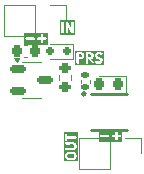
<source format=gbr>
%TF.GenerationSoftware,KiCad,Pcbnew,8.0.0*%
%TF.CreationDate,2024-04-08T20:54:29-07:00*%
%TF.ProjectId,magswitch,6d616773-7769-4746-9368-2e6b69636164,rev?*%
%TF.SameCoordinates,Original*%
%TF.FileFunction,Legend,Top*%
%TF.FilePolarity,Positive*%
%FSLAX46Y46*%
G04 Gerber Fmt 4.6, Leading zero omitted, Abs format (unit mm)*
G04 Created by KiCad (PCBNEW 8.0.0) date 2024-04-08 20:54:29*
%MOMM*%
%LPD*%
G01*
G04 APERTURE LIST*
G04 Aperture macros list*
%AMRoundRect*
0 Rectangle with rounded corners*
0 $1 Rounding radius*
0 $2 $3 $4 $5 $6 $7 $8 $9 X,Y pos of 4 corners*
0 Add a 4 corners polygon primitive as box body*
4,1,4,$2,$3,$4,$5,$6,$7,$8,$9,$2,$3,0*
0 Add four circle primitives for the rounded corners*
1,1,$1+$1,$2,$3*
1,1,$1+$1,$4,$5*
1,1,$1+$1,$6,$7*
1,1,$1+$1,$8,$9*
0 Add four rect primitives between the rounded corners*
20,1,$1+$1,$2,$3,$4,$5,0*
20,1,$1+$1,$4,$5,$6,$7,0*
20,1,$1+$1,$6,$7,$8,$9,0*
20,1,$1+$1,$8,$9,$2,$3,0*%
G04 Aperture macros list end*
%ADD10C,0.200000*%
%ADD11C,0.120000*%
%ADD12C,0.250000*%
%ADD13C,0.240000*%
%ADD14RoundRect,0.135000X-0.185000X0.135000X-0.185000X-0.135000X0.185000X-0.135000X0.185000X0.135000X0*%
%ADD15RoundRect,0.150000X-0.150000X-0.200000X0.150000X-0.200000X0.150000X0.200000X-0.150000X0.200000X0*%
%ADD16C,3.200000*%
%ADD17R,0.700000X0.450000*%
%ADD18R,2.000000X2.600000*%
%ADD19RoundRect,0.200000X-0.275000X0.200000X-0.275000X-0.200000X0.275000X-0.200000X0.275000X0.200000X0*%
%ADD20R,1.700000X1.700000*%
%ADD21RoundRect,0.218750X0.218750X0.256250X-0.218750X0.256250X-0.218750X-0.256250X0.218750X-0.256250X0*%
%ADD22RoundRect,0.225000X0.225000X0.250000X-0.225000X0.250000X-0.225000X-0.250000X0.225000X-0.250000X0*%
%ADD23RoundRect,0.150000X-0.512500X-0.150000X0.512500X-0.150000X0.512500X0.150000X-0.512500X0.150000X0*%
G04 APERTURE END LIST*
D10*
G36*
X7092038Y-3709747D02*
G01*
X7108172Y-3725058D01*
X7129509Y-3765843D01*
X7130474Y-3833080D01*
X7111143Y-3873586D01*
X7095835Y-3889717D01*
X7055403Y-3910868D01*
X6964018Y-3911410D01*
X6960362Y-3910765D01*
X6957269Y-3911450D01*
X6870929Y-3911961D01*
X6870411Y-3691112D01*
X7050755Y-3690043D01*
X7092038Y-3709747D01*
G37*
G36*
X6292038Y-3709747D02*
G01*
X6308172Y-3725058D01*
X6329509Y-3765843D01*
X6330474Y-3833080D01*
X6311143Y-3873586D01*
X6295835Y-3889717D01*
X6255403Y-3910868D01*
X6070929Y-3911961D01*
X6070411Y-3691112D01*
X6250755Y-3690043D01*
X6292038Y-3709747D01*
G37*
G36*
X8191101Y-4591695D02*
G01*
X5772054Y-4591695D01*
X5772054Y-3591695D01*
X5872054Y-3591695D01*
X5873975Y-4411204D01*
X5888907Y-4447252D01*
X5916497Y-4474842D01*
X5952545Y-4489774D01*
X5991563Y-4489774D01*
X6027611Y-4474842D01*
X6055201Y-4447252D01*
X6070133Y-4411204D01*
X6072054Y-4391695D01*
X6071394Y-4110153D01*
X6261519Y-4109027D01*
X6264309Y-4109957D01*
X6278835Y-4108924D01*
X6296325Y-4108821D01*
X6299645Y-4107445D01*
X6303229Y-4107191D01*
X6321537Y-4100185D01*
X6398130Y-4060115D01*
X6408563Y-4055794D01*
X6412382Y-4052659D01*
X6414318Y-4051647D01*
X6416050Y-4049649D01*
X6423717Y-4043358D01*
X6462680Y-4002299D01*
X6470101Y-3995864D01*
X6472687Y-3991753D01*
X6474248Y-3990110D01*
X6475258Y-3987669D01*
X6480543Y-3979274D01*
X6511181Y-3915080D01*
X6512344Y-3913918D01*
X6516334Y-3904283D01*
X6525646Y-3884775D01*
X6525900Y-3881189D01*
X6527276Y-3877870D01*
X6529197Y-3858361D01*
X6527763Y-3758527D01*
X6528412Y-3756582D01*
X6527564Y-3744656D01*
X6527276Y-3724567D01*
X6525900Y-3721247D01*
X6525646Y-3717662D01*
X6518639Y-3699354D01*
X6478569Y-3622760D01*
X6474248Y-3612327D01*
X6471112Y-3608507D01*
X6470101Y-3606573D01*
X6468103Y-3604840D01*
X6461811Y-3597174D01*
X6456037Y-3591695D01*
X6672054Y-3591695D01*
X6673975Y-4411204D01*
X6688907Y-4447252D01*
X6716497Y-4474842D01*
X6752545Y-4489774D01*
X6791563Y-4489774D01*
X6827611Y-4474842D01*
X6855201Y-4447252D01*
X6870133Y-4411204D01*
X6872054Y-4391695D01*
X6871394Y-4110153D01*
X6910139Y-4109923D01*
X7160035Y-4463922D01*
X7192940Y-4484890D01*
X7231364Y-4491671D01*
X7269459Y-4483232D01*
X7301424Y-4460857D01*
X7322393Y-4427952D01*
X7329173Y-4389527D01*
X7320734Y-4351433D01*
X7311120Y-4334349D01*
X7139269Y-4090908D01*
X7198130Y-4060115D01*
X7208563Y-4055794D01*
X7212382Y-4052659D01*
X7214318Y-4051647D01*
X7216050Y-4049649D01*
X7223717Y-4043358D01*
X7262680Y-4002299D01*
X7270101Y-3995864D01*
X7272687Y-3991753D01*
X7274248Y-3990110D01*
X7275258Y-3987669D01*
X7280543Y-3979274D01*
X7311181Y-3915080D01*
X7312344Y-3913918D01*
X7316334Y-3904283D01*
X7325646Y-3884775D01*
X7325900Y-3881189D01*
X7327276Y-3877870D01*
X7329197Y-3858361D01*
X7327763Y-3758527D01*
X7328412Y-3756582D01*
X7327564Y-3744656D01*
X7327556Y-3744076D01*
X7433958Y-3744076D01*
X7435208Y-3806363D01*
X7434743Y-3807759D01*
X7435430Y-3817433D01*
X7435879Y-3839775D01*
X7437254Y-3843095D01*
X7437509Y-3846679D01*
X7444516Y-3864988D01*
X7484585Y-3941580D01*
X7488907Y-3952014D01*
X7492041Y-3955833D01*
X7493054Y-3957769D01*
X7495051Y-3959501D01*
X7501343Y-3967168D01*
X7542401Y-4006131D01*
X7548837Y-4013552D01*
X7552947Y-4016139D01*
X7554591Y-4017699D01*
X7557031Y-4018709D01*
X7565428Y-4023995D01*
X7636988Y-4058148D01*
X7643625Y-4063066D01*
X7658204Y-4068274D01*
X7659926Y-4069096D01*
X7660648Y-4069147D01*
X7662086Y-4069661D01*
X7797910Y-4102051D01*
X7853943Y-4128794D01*
X7870077Y-4144105D01*
X7891542Y-4185137D01*
X7892133Y-4214549D01*
X7873048Y-4254536D01*
X7857738Y-4270671D01*
X7817173Y-4291892D01*
X7668627Y-4293251D01*
X7546465Y-4254385D01*
X7507545Y-4257151D01*
X7472646Y-4274601D01*
X7447081Y-4304077D01*
X7434743Y-4341093D01*
X7437509Y-4380013D01*
X7454959Y-4414912D01*
X7484435Y-4440477D01*
X7502335Y-4448468D01*
X7617371Y-4485067D01*
X7628735Y-4489774D01*
X7633704Y-4490263D01*
X7635737Y-4490910D01*
X7638370Y-4490722D01*
X7648244Y-4491695D01*
X7823750Y-4490089D01*
X7826212Y-4490910D01*
X7839827Y-4489942D01*
X7858229Y-4489774D01*
X7861549Y-4488398D01*
X7865132Y-4488144D01*
X7883441Y-4481138D01*
X7960029Y-4441070D01*
X7970469Y-4436747D01*
X7974291Y-4433610D01*
X7976222Y-4432600D01*
X7977951Y-4430606D01*
X7985623Y-4424310D01*
X8024583Y-4383253D01*
X8032006Y-4376816D01*
X8034594Y-4372703D01*
X8036154Y-4371060D01*
X8037164Y-4368621D01*
X8042449Y-4360225D01*
X8073085Y-4296033D01*
X8074248Y-4294871D01*
X8078239Y-4285234D01*
X8087550Y-4265727D01*
X8087804Y-4262143D01*
X8089180Y-4258823D01*
X8091101Y-4239314D01*
X8089850Y-4177025D01*
X8090316Y-4175630D01*
X8089628Y-4165955D01*
X8089180Y-4143614D01*
X8087804Y-4140293D01*
X8087550Y-4136710D01*
X8080544Y-4118402D01*
X8040474Y-4041808D01*
X8036153Y-4031375D01*
X8033017Y-4027555D01*
X8032006Y-4025621D01*
X8030008Y-4023888D01*
X8023716Y-4016222D01*
X7982662Y-3977263D01*
X7976223Y-3969838D01*
X7972109Y-3967248D01*
X7970468Y-3965691D01*
X7968031Y-3964681D01*
X7959633Y-3959395D01*
X7888071Y-3925240D01*
X7881434Y-3920323D01*
X7866852Y-3915113D01*
X7865133Y-3914293D01*
X7864412Y-3914241D01*
X7862974Y-3913728D01*
X7727150Y-3881338D01*
X7671114Y-3854593D01*
X7654983Y-3839285D01*
X7633516Y-3798251D01*
X7632925Y-3768839D01*
X7652010Y-3728852D01*
X7667321Y-3712718D01*
X7707886Y-3691497D01*
X7856432Y-3690138D01*
X7978594Y-3729005D01*
X8017514Y-3726239D01*
X8052413Y-3708789D01*
X8077978Y-3679313D01*
X8090316Y-3642297D01*
X8087550Y-3603377D01*
X8070100Y-3568479D01*
X8040624Y-3542913D01*
X8022724Y-3534922D01*
X7907688Y-3498323D01*
X7896325Y-3493616D01*
X7891355Y-3493126D01*
X7889323Y-3492480D01*
X7886689Y-3492667D01*
X7876816Y-3491695D01*
X7701307Y-3493300D01*
X7698846Y-3492480D01*
X7685230Y-3493447D01*
X7666830Y-3493616D01*
X7663509Y-3494991D01*
X7659926Y-3495246D01*
X7641618Y-3502252D01*
X7565024Y-3542321D01*
X7554591Y-3546643D01*
X7550771Y-3549778D01*
X7548837Y-3550790D01*
X7547104Y-3552787D01*
X7539438Y-3559080D01*
X7500479Y-3600133D01*
X7493054Y-3606573D01*
X7490464Y-3610686D01*
X7488907Y-3612328D01*
X7487897Y-3614764D01*
X7482611Y-3623163D01*
X7451973Y-3687356D01*
X7450811Y-3688519D01*
X7446819Y-3698155D01*
X7437509Y-3717663D01*
X7437254Y-3721246D01*
X7435879Y-3724567D01*
X7433958Y-3744076D01*
X7327556Y-3744076D01*
X7327276Y-3724567D01*
X7325900Y-3721247D01*
X7325646Y-3717662D01*
X7318639Y-3699354D01*
X7278569Y-3622760D01*
X7274248Y-3612327D01*
X7271112Y-3608507D01*
X7270101Y-3606573D01*
X7268103Y-3604840D01*
X7261811Y-3597174D01*
X7220757Y-3558215D01*
X7214318Y-3550790D01*
X7210204Y-3548200D01*
X7208563Y-3546643D01*
X7206125Y-3545633D01*
X7197727Y-3540347D01*
X7133535Y-3509710D01*
X7132373Y-3508548D01*
X7122736Y-3504556D01*
X7103229Y-3495246D01*
X7099645Y-3494991D01*
X7096325Y-3493616D01*
X7076816Y-3491695D01*
X6752545Y-3493616D01*
X6716497Y-3508548D01*
X6688907Y-3536138D01*
X6673975Y-3572186D01*
X6672054Y-3591695D01*
X6456037Y-3591695D01*
X6420757Y-3558215D01*
X6414318Y-3550790D01*
X6410204Y-3548200D01*
X6408563Y-3546643D01*
X6406125Y-3545633D01*
X6397727Y-3540347D01*
X6333535Y-3509710D01*
X6332373Y-3508548D01*
X6322736Y-3504556D01*
X6303229Y-3495246D01*
X6299645Y-3494991D01*
X6296325Y-3493616D01*
X6276816Y-3491695D01*
X5952545Y-3493616D01*
X5916497Y-3508548D01*
X5888907Y-3536138D01*
X5873975Y-3572186D01*
X5872054Y-3591695D01*
X5772054Y-3591695D01*
X5772054Y-3391695D01*
X8191101Y-3391695D01*
X8191101Y-4591695D01*
G37*
G36*
X3443224Y-2860307D02*
G01*
X1447067Y-2860307D01*
X1447067Y-2376975D01*
X1547067Y-2376975D01*
X1561999Y-2413023D01*
X1589589Y-2440613D01*
X1625637Y-2455545D01*
X1645146Y-2457466D01*
X2274178Y-2455545D01*
X2310226Y-2440613D01*
X2337816Y-2413023D01*
X2352748Y-2376975D01*
X2537543Y-2376975D01*
X2552475Y-2413023D01*
X2580065Y-2440613D01*
X2616113Y-2455545D01*
X2635622Y-2457466D01*
X2841617Y-2456836D01*
X2842304Y-2681737D01*
X2857236Y-2717785D01*
X2884826Y-2745375D01*
X2920874Y-2760307D01*
X2959892Y-2760307D01*
X2995940Y-2745375D01*
X3023530Y-2717785D01*
X3038462Y-2681737D01*
X3040383Y-2662228D01*
X3039753Y-2456231D01*
X3264654Y-2455545D01*
X3300702Y-2440613D01*
X3328292Y-2413023D01*
X3343224Y-2376975D01*
X3343224Y-2337957D01*
X3328292Y-2301909D01*
X3300702Y-2274319D01*
X3264654Y-2259387D01*
X3245145Y-2257466D01*
X3039148Y-2258095D01*
X3038462Y-2033195D01*
X3023530Y-1997147D01*
X2995940Y-1969557D01*
X2959892Y-1954625D01*
X2920874Y-1954625D01*
X2884826Y-1969557D01*
X2857236Y-1997147D01*
X2842304Y-2033195D01*
X2840383Y-2052704D01*
X2841012Y-2258700D01*
X2616113Y-2259387D01*
X2580065Y-2274319D01*
X2552475Y-2301909D01*
X2537543Y-2337957D01*
X2537543Y-2376975D01*
X2352748Y-2376975D01*
X2352748Y-2337957D01*
X2337816Y-2301909D01*
X2310226Y-2274319D01*
X2274178Y-2259387D01*
X2254669Y-2257466D01*
X1625637Y-2259387D01*
X1589589Y-2274319D01*
X1561999Y-2301909D01*
X1547067Y-2337957D01*
X1547067Y-2376975D01*
X1447067Y-2376975D01*
X1447067Y-1854625D01*
X3443224Y-1854625D01*
X3443224Y-2860307D01*
G37*
G36*
X5629101Y-12150369D02*
G01*
X5674052Y-12193982D01*
X5695936Y-12235815D01*
X5697112Y-12340993D01*
X5677843Y-12381367D01*
X5632135Y-12428475D01*
X5522778Y-12457082D01*
X5281073Y-12458705D01*
X5162286Y-12430377D01*
X5117338Y-12386766D01*
X5095453Y-12344932D01*
X5094277Y-12239753D01*
X5113547Y-12199379D01*
X5159254Y-12152270D01*
X5268608Y-12123665D01*
X5510316Y-12122042D01*
X5629101Y-12150369D01*
G37*
G36*
X5995695Y-12757041D02*
G01*
X4795695Y-12757041D01*
X4795695Y-12214183D01*
X4895695Y-12214183D01*
X4897232Y-12351797D01*
X4896480Y-12354056D01*
X4897403Y-12367048D01*
X4897616Y-12386073D01*
X4898991Y-12389393D01*
X4899246Y-12392976D01*
X4906252Y-12411285D01*
X4946319Y-12487874D01*
X4950643Y-12498312D01*
X4953778Y-12502133D01*
X4954790Y-12504066D01*
X4956784Y-12505796D01*
X4963079Y-12513466D01*
X5033043Y-12581348D01*
X5035915Y-12586135D01*
X5044638Y-12592599D01*
X5054423Y-12602092D01*
X5061289Y-12604936D01*
X5067265Y-12609364D01*
X5085726Y-12615959D01*
X5233236Y-12651136D01*
X5242852Y-12655120D01*
X5254922Y-12656308D01*
X5257499Y-12656923D01*
X5258957Y-12656705D01*
X5262361Y-12657041D01*
X5522928Y-12655291D01*
X5533890Y-12656923D01*
X5545964Y-12655137D01*
X5548537Y-12655120D01*
X5549900Y-12654555D01*
X5553282Y-12654055D01*
X5694842Y-12617023D01*
X5700917Y-12617024D01*
X5711331Y-12612710D01*
X5724124Y-12609364D01*
X5730097Y-12604937D01*
X5736966Y-12602093D01*
X5752119Y-12589656D01*
X5827544Y-12511920D01*
X5836600Y-12504066D01*
X5839250Y-12499855D01*
X5840747Y-12498313D01*
X5841758Y-12495871D01*
X5847043Y-12487476D01*
X5877679Y-12423283D01*
X5878842Y-12422121D01*
X5882835Y-12412479D01*
X5892144Y-12392976D01*
X5892398Y-12389393D01*
X5893774Y-12386073D01*
X5895695Y-12366564D01*
X5894157Y-12228948D01*
X5894910Y-12226690D01*
X5893986Y-12213696D01*
X5893774Y-12194674D01*
X5892398Y-12191353D01*
X5892144Y-12187770D01*
X5885138Y-12169462D01*
X5845068Y-12092868D01*
X5840747Y-12082435D01*
X5837611Y-12078615D01*
X5836600Y-12076681D01*
X5834602Y-12074948D01*
X5828310Y-12067282D01*
X5758346Y-11999399D01*
X5755474Y-11994612D01*
X5746750Y-11988148D01*
X5736966Y-11978655D01*
X5730098Y-11975810D01*
X5724123Y-11971383D01*
X5705663Y-11964788D01*
X5558153Y-11929611D01*
X5548537Y-11925628D01*
X5536465Y-11924439D01*
X5533889Y-11923825D01*
X5532430Y-11924042D01*
X5529028Y-11923707D01*
X5268461Y-11925456D01*
X5257500Y-11923825D01*
X5245425Y-11925610D01*
X5242852Y-11925628D01*
X5241487Y-11926193D01*
X5238108Y-11926693D01*
X5096549Y-11963723D01*
X5090471Y-11963723D01*
X5080054Y-11968037D01*
X5067266Y-11971383D01*
X5061292Y-11975809D01*
X5054422Y-11978655D01*
X5039269Y-11991092D01*
X4963846Y-12068826D01*
X4954790Y-12076681D01*
X4952138Y-12080893D01*
X4950642Y-12082436D01*
X4949630Y-12084877D01*
X4944347Y-12093272D01*
X4913710Y-12157463D01*
X4912548Y-12158626D01*
X4908556Y-12168262D01*
X4899246Y-12187770D01*
X4898991Y-12191353D01*
X4897616Y-12194674D01*
X4895695Y-12214183D01*
X4795695Y-12214183D01*
X4795695Y-11700359D01*
X4897616Y-11700359D01*
X4912548Y-11736407D01*
X4940138Y-11763997D01*
X4976186Y-11778929D01*
X4995695Y-11780850D01*
X5627702Y-11779030D01*
X5630807Y-11780065D01*
X5646114Y-11778977D01*
X5662823Y-11778929D01*
X5666143Y-11777553D01*
X5669727Y-11777299D01*
X5688035Y-11770293D01*
X5764625Y-11730224D01*
X5775060Y-11725903D01*
X5778881Y-11722767D01*
X5780816Y-11721755D01*
X5782547Y-11719758D01*
X5790214Y-11713467D01*
X5829180Y-11672405D01*
X5836600Y-11665971D01*
X5839185Y-11661862D01*
X5840746Y-11660219D01*
X5841756Y-11657778D01*
X5847043Y-11649381D01*
X5877679Y-11585188D01*
X5878842Y-11584026D01*
X5882835Y-11574384D01*
X5892144Y-11554881D01*
X5892398Y-11551298D01*
X5893774Y-11547978D01*
X5895695Y-11528469D01*
X5894157Y-11390853D01*
X5894910Y-11388595D01*
X5893986Y-11375601D01*
X5893774Y-11356579D01*
X5892398Y-11353258D01*
X5892144Y-11349675D01*
X5885138Y-11331367D01*
X5845066Y-11254770D01*
X5840746Y-11244339D01*
X5837611Y-11240520D01*
X5836600Y-11238586D01*
X5834603Y-11236854D01*
X5828310Y-11229186D01*
X5787248Y-11190221D01*
X5780816Y-11182804D01*
X5776705Y-11180216D01*
X5775060Y-11178655D01*
X5772617Y-11177643D01*
X5764226Y-11172361D01*
X5700033Y-11141722D01*
X5698871Y-11140560D01*
X5689235Y-11136568D01*
X5669728Y-11127258D01*
X5666142Y-11127003D01*
X5662823Y-11125628D01*
X5643314Y-11123707D01*
X4976186Y-11125628D01*
X4940138Y-11140560D01*
X4912548Y-11168150D01*
X4897616Y-11204198D01*
X4897616Y-11243216D01*
X4912548Y-11279264D01*
X4940138Y-11306854D01*
X4976186Y-11321786D01*
X4995695Y-11323707D01*
X5616964Y-11321918D01*
X5658536Y-11341759D01*
X5674671Y-11357070D01*
X5695936Y-11397720D01*
X5697112Y-11502898D01*
X5677642Y-11543693D01*
X5662333Y-11559824D01*
X5622026Y-11580911D01*
X4976186Y-11582771D01*
X4940138Y-11597703D01*
X4912548Y-11625293D01*
X4897616Y-11661341D01*
X4897616Y-11700359D01*
X4795695Y-11700359D01*
X4795695Y-10499898D01*
X4895695Y-10499898D01*
X4897616Y-10976550D01*
X4912548Y-11012598D01*
X4940138Y-11040188D01*
X4976186Y-11055120D01*
X5015204Y-11055120D01*
X5051252Y-11040188D01*
X5078842Y-11012598D01*
X5093774Y-10976550D01*
X5095695Y-10957041D01*
X5095175Y-10828236D01*
X5815204Y-10826549D01*
X5851252Y-10811617D01*
X5878842Y-10784027D01*
X5893774Y-10747979D01*
X5893774Y-10708961D01*
X5878842Y-10672913D01*
X5851252Y-10645323D01*
X5815204Y-10630391D01*
X5795695Y-10628470D01*
X5094377Y-10630113D01*
X5093774Y-10480389D01*
X5078842Y-10444341D01*
X5051252Y-10416751D01*
X5015204Y-10401819D01*
X4976186Y-10401819D01*
X4940138Y-10416751D01*
X4912548Y-10444341D01*
X4897616Y-10480389D01*
X4895695Y-10499898D01*
X4795695Y-10499898D01*
X4795695Y-10301819D01*
X5995695Y-10301819D01*
X5995695Y-12757041D01*
G37*
G36*
X5740149Y-2010451D02*
G01*
X4502054Y-2010451D01*
X4502054Y-1010695D01*
X4602054Y-1010695D01*
X4603975Y-1830204D01*
X4618907Y-1866252D01*
X4646497Y-1893842D01*
X4682545Y-1908774D01*
X4721563Y-1908774D01*
X4757611Y-1893842D01*
X4785201Y-1866252D01*
X4800133Y-1830204D01*
X4802054Y-1810695D01*
X4800179Y-1010695D01*
X4983006Y-1010695D01*
X4984927Y-1830204D01*
X4999859Y-1866252D01*
X5027449Y-1893842D01*
X5063497Y-1908774D01*
X5102515Y-1908774D01*
X5138563Y-1893842D01*
X5166153Y-1866252D01*
X5181085Y-1830204D01*
X5183006Y-1810695D01*
X5182005Y-1383964D01*
X5452068Y-1854342D01*
X5457002Y-1866252D01*
X5461474Y-1870724D01*
X5464672Y-1876294D01*
X5475186Y-1884436D01*
X5484592Y-1893842D01*
X5490482Y-1896281D01*
X5495521Y-1900184D01*
X5508348Y-1903682D01*
X5520640Y-1908774D01*
X5527016Y-1908774D01*
X5533165Y-1910451D01*
X5546358Y-1908774D01*
X5559658Y-1908774D01*
X5565546Y-1906334D01*
X5571871Y-1905531D01*
X5583420Y-1898930D01*
X5595706Y-1893842D01*
X5600213Y-1889334D01*
X5605748Y-1886172D01*
X5613890Y-1875657D01*
X5623296Y-1866252D01*
X5625735Y-1860361D01*
X5629638Y-1855323D01*
X5633136Y-1842494D01*
X5638228Y-1830204D01*
X5639210Y-1820226D01*
X5639905Y-1817680D01*
X5639654Y-1815712D01*
X5640149Y-1810695D01*
X5638228Y-991186D01*
X5623296Y-955138D01*
X5595706Y-927548D01*
X5559658Y-912616D01*
X5520640Y-912616D01*
X5484592Y-927548D01*
X5457002Y-955138D01*
X5442070Y-991186D01*
X5440149Y-1010695D01*
X5441149Y-1437425D01*
X5171086Y-967047D01*
X5166153Y-955138D01*
X5161680Y-950665D01*
X5158483Y-945096D01*
X5147968Y-936953D01*
X5138563Y-927548D01*
X5132672Y-925108D01*
X5127634Y-921206D01*
X5114805Y-917707D01*
X5102515Y-912616D01*
X5096140Y-912616D01*
X5089991Y-910939D01*
X5076798Y-912616D01*
X5063497Y-912616D01*
X5057608Y-915055D01*
X5051284Y-915859D01*
X5039734Y-922459D01*
X5027449Y-927548D01*
X5022941Y-932055D01*
X5017407Y-935218D01*
X5009264Y-945732D01*
X4999859Y-955138D01*
X4997419Y-961028D01*
X4993517Y-966067D01*
X4990018Y-978895D01*
X4984927Y-991186D01*
X4983944Y-1001163D01*
X4983250Y-1003710D01*
X4983500Y-1005677D01*
X4983006Y-1010695D01*
X4800179Y-1010695D01*
X4800133Y-991186D01*
X4785201Y-955138D01*
X4757611Y-927548D01*
X4721563Y-912616D01*
X4682545Y-912616D01*
X4646497Y-927548D01*
X4618907Y-955138D01*
X4603975Y-991186D01*
X4602054Y-1010695D01*
X4502054Y-1010695D01*
X4502054Y-810939D01*
X5740149Y-810939D01*
X5740149Y-2010451D01*
G37*
G36*
X9767824Y-11089907D02*
G01*
X7771667Y-11089907D01*
X7771667Y-10606575D01*
X7871667Y-10606575D01*
X7886599Y-10642623D01*
X7914189Y-10670213D01*
X7950237Y-10685145D01*
X7969746Y-10687066D01*
X8598778Y-10685145D01*
X8634826Y-10670213D01*
X8662416Y-10642623D01*
X8677348Y-10606575D01*
X8862143Y-10606575D01*
X8877075Y-10642623D01*
X8904665Y-10670213D01*
X8940713Y-10685145D01*
X8960222Y-10687066D01*
X9166217Y-10686436D01*
X9166904Y-10911337D01*
X9181836Y-10947385D01*
X9209426Y-10974975D01*
X9245474Y-10989907D01*
X9284492Y-10989907D01*
X9320540Y-10974975D01*
X9348130Y-10947385D01*
X9363062Y-10911337D01*
X9364983Y-10891828D01*
X9364353Y-10685831D01*
X9589254Y-10685145D01*
X9625302Y-10670213D01*
X9652892Y-10642623D01*
X9667824Y-10606575D01*
X9667824Y-10567557D01*
X9652892Y-10531509D01*
X9625302Y-10503919D01*
X9589254Y-10488987D01*
X9569745Y-10487066D01*
X9363748Y-10487695D01*
X9363062Y-10262795D01*
X9348130Y-10226747D01*
X9320540Y-10199157D01*
X9284492Y-10184225D01*
X9245474Y-10184225D01*
X9209426Y-10199157D01*
X9181836Y-10226747D01*
X9166904Y-10262795D01*
X9164983Y-10282304D01*
X9165612Y-10488300D01*
X8940713Y-10488987D01*
X8904665Y-10503919D01*
X8877075Y-10531509D01*
X8862143Y-10567557D01*
X8862143Y-10606575D01*
X8677348Y-10606575D01*
X8677348Y-10567557D01*
X8662416Y-10531509D01*
X8634826Y-10503919D01*
X8598778Y-10488987D01*
X8579269Y-10487066D01*
X7950237Y-10488987D01*
X7914189Y-10503919D01*
X7886599Y-10531509D01*
X7871667Y-10567557D01*
X7871667Y-10606575D01*
X7771667Y-10606575D01*
X7771667Y-10084225D01*
X9767824Y-10084225D01*
X9767824Y-11089907D01*
G37*
D11*
%TO.C,R3*%
X6235200Y-5829359D02*
X6235200Y-6136641D01*
X6995200Y-5829359D02*
X6995200Y-6136641D01*
%TO.C,D3*%
X3635000Y-2843000D02*
X5595000Y-2843000D01*
X3635000Y-4043000D02*
X5595000Y-4043000D01*
X5595000Y-4043000D02*
X5595000Y-2843000D01*
D12*
%TO.C,Q1*%
X7073200Y-7009000D02*
X10173200Y-7009000D01*
X10173200Y-10109000D02*
X7073200Y-10109000D01*
D13*
X6623200Y-7039000D02*
G75*
G02*
X6383200Y-7039000I-120000J0D01*
G01*
X6383200Y-7039000D02*
G75*
G02*
X6623200Y-7039000I120000J0D01*
G01*
D11*
%TO.C,R1*%
X4390900Y-5415542D02*
X4390900Y-5890058D01*
X5435900Y-5415542D02*
X5435900Y-5890058D01*
%TO.C,J1*%
X6098000Y-10749000D02*
X6098000Y-13409000D01*
X8698000Y-10749000D02*
X6098000Y-10749000D01*
X8698000Y-10749000D02*
X8698000Y-13409000D01*
X8698000Y-13409000D02*
X6098000Y-13409000D01*
X9968000Y-10749000D02*
X11298000Y-10749000D01*
X11298000Y-10749000D02*
X11298000Y-12079000D01*
%TO.C,D1*%
X7771000Y-6970397D02*
X10056000Y-6970397D01*
X10056000Y-5500397D02*
X7771000Y-5500397D01*
X10056000Y-6970397D02*
X10056000Y-5500397D01*
%TO.C,C1*%
X1726580Y-2933000D02*
X1445420Y-2933000D01*
X1726580Y-3953000D02*
X1445420Y-3953000D01*
%TO.C,U1*%
X2099500Y-4296000D02*
X1299500Y-4296000D01*
X2099500Y-4296000D02*
X2899500Y-4296000D01*
X2099500Y-7416000D02*
X1299500Y-7416000D01*
X2099500Y-7416000D02*
X2899500Y-7416000D01*
X799500Y-4346000D02*
X559500Y-4016000D01*
X1039500Y-4016000D01*
X799500Y-4346000D01*
G36*
X799500Y-4346000D02*
G01*
X559500Y-4016000D01*
X1039500Y-4016000D01*
X799500Y-4346000D01*
G37*
%TO.C,J3*%
X-247000Y503200D02*
X-247000Y-2156800D01*
X2353000Y503200D02*
X-247000Y503200D01*
X2353000Y503200D02*
X2353000Y-2156800D01*
X2353000Y-2156800D02*
X-247000Y-2156800D01*
X3623000Y503200D02*
X4953000Y503200D01*
X4953000Y503200D02*
X4953000Y-826800D01*
%TD*%
%LPC*%
D14*
%TO.C,R3*%
X6615200Y-5473000D03*
X6615200Y-6493000D03*
%TD*%
D15*
%TO.C,D3*%
X5035000Y-3443000D03*
X3635000Y-3443000D03*
%TD*%
D16*
%TO.C,H1*%
X1967000Y-11000000D03*
%TD*%
D17*
%TO.C,Q1*%
X7123200Y-7579000D03*
X7123200Y-8239000D03*
X7123200Y-8889000D03*
X7123200Y-9539000D03*
X10123200Y-9539000D03*
X10123200Y-8889000D03*
X10123200Y-8239000D03*
X10123200Y-7579000D03*
D18*
X8923200Y-8559000D03*
%TD*%
D19*
%TO.C,R1*%
X4913400Y-4827800D03*
X4913400Y-6477800D03*
%TD*%
D20*
%TO.C,J1*%
X9968000Y-12079000D03*
X7428000Y-12079000D03*
%TD*%
D16*
%TO.C,H2*%
X9079000Y-2046000D03*
%TD*%
D21*
%TO.C,D1*%
X9358501Y-6235397D03*
X7783499Y-6235397D03*
%TD*%
D22*
%TO.C,C1*%
X2361000Y-3443000D03*
X811000Y-3443000D03*
%TD*%
D23*
%TO.C,U1*%
X962000Y-4906000D03*
X962000Y-6806000D03*
X3237000Y-5856000D03*
%TD*%
D20*
%TO.C,J3*%
X3623000Y-826800D03*
X1083000Y-826800D03*
%TD*%
%LPD*%
M02*

</source>
